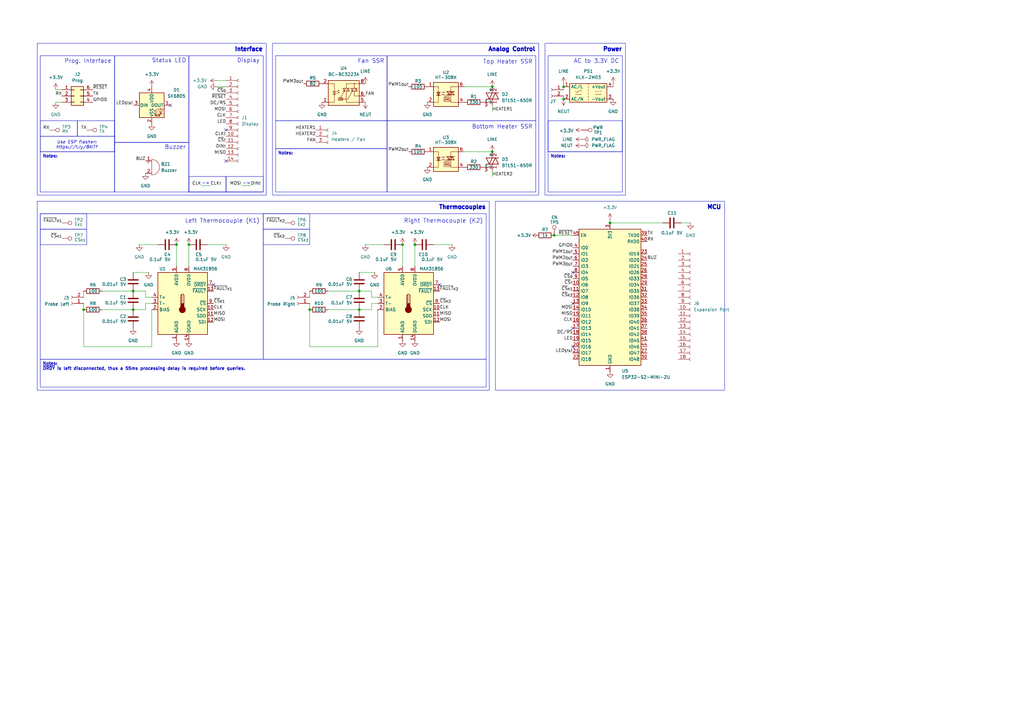
<source format=kicad_sch>
(kicad_sch (version 20231120) (generator "eeschema") (generator_version "8.0")
  (paper "A3")
  (title_block (title "Reflow Oven Motherboard") (date "2024-10-24") (rev "v0") (company "Karl Wünsche"))
  (junction (at 250.19 91.44))
  (junction (at 165.1 100.33))
  (junction (at 201.93 62.23))
  (junction (at 127 127))
  (junction (at 54.61 119.38))
  (junction (at 147.32 127))
  (junction (at 72.39 100.33))
  (junction (at 201.93 35.56))
  (junction (at 147.32 119.38))
  (junction (at 170.18 100.33))
  (junction (at 227.33 96.52))
  (junction (at 231.14 40.64))
  (junction (at 231.14 35.56))
  (junction (at 77.47 100.33))
  (junction (at 34.29 127))
  (junction (at 54.61 127))
  (no_connect (at 234.95 134.62))
  (no_connect (at 234.95 124.46))
  (no_connect (at 69.85 43.18))
  (no_connect (at 234.95 142.24))
  (no_connect (at 92.71 66.04))
  (no_connect (at 180.34 116.84))
  (no_connect (at 234.95 111.76))
  (no_connect (at 87.63 116.84))
  (no_connect (at 92.71 53.34))
  (wire (pts (xy 72.39 100.33) (xy 72.39 109.22)))
  (wire (pts (xy 152.4 121.92) (xy 152.4 119.38)))
  (wire (pts (xy 201.93 72.39) (xy 201.93 69.85)))
  (wire (pts (xy 88.9 33.02) (xy 92.71 33.02)))
  (wire (pts (xy 154.94 124.46) (xy 152.4 124.46)))
  (wire (pts (xy 231.14 34.29) (xy 231.14 35.56)))
  (wire (pts (xy 127 127) (xy 127 142.24)))
  (wire (pts (xy 22.86 41.91) (xy 25.4 41.91)))
  (wire (pts (xy 92.71 100.33) (xy 85.09 100.33)))
  (wire (pts (xy 62.23 127) (xy 62.23 142.24)))
  (wire (pts (xy 134.62 119.38) (xy 147.32 119.38)))
  (wire (pts (xy 147.32 119.38) (xy 152.4 119.38)))
  (wire (pts (xy 77.47 100.33) (xy 77.47 109.22)))
  (wire (pts (xy 127 119.38) (xy 127 121.92)))
  (wire (pts (xy 147.32 127) (xy 152.4 127)))
  (wire (pts (xy 54.61 127) (xy 59.69 127)))
  (wire (pts (xy 127 124.46) (xy 127 127)))
  (wire (pts (xy 54.61 119.38) (xy 59.69 119.38)))
  (wire (pts (xy 153.67 111.76) (xy 147.32 111.76)))
  (wire (pts (xy 22.86 36.83) (xy 25.4 36.83)))
  (wire (pts (xy 231.14 35.56) (xy 231.14 36.83)))
  (wire (pts (xy 185.42 100.33) (xy 177.8 100.33)))
  (wire (pts (xy 41.91 119.38) (xy 54.61 119.38)))
  (wire (pts (xy 190.5 62.23) (xy 201.93 62.23)))
  (wire (pts (xy 154.94 142.24) (xy 127 142.24)))
  (wire (pts (xy 59.69 124.46) (xy 59.69 127)))
  (wire (pts (xy 271.78 91.44) (xy 250.19 91.44)))
  (wire (pts (xy 219.71 96.52) (xy 220.98 96.52)))
  (wire (pts (xy 34.29 124.46) (xy 34.29 127)))
  (wire (pts (xy 88.9 35.56) (xy 92.71 35.56)))
  (wire (pts (xy 62.23 142.24) (xy 34.29 142.24)))
  (wire (pts (xy 190.5 35.56) (xy 201.93 35.56)))
  (wire (pts (xy 34.29 127) (xy 34.29 142.24)))
  (wire (pts (xy 279.4 91.44) (xy 283.21 91.44)))
  (wire (pts (xy 201.93 45.72) (xy 201.93 43.18)))
  (wire (pts (xy 231.14 39.37) (xy 231.14 40.64)))
  (wire (pts (xy 170.18 100.33) (xy 170.18 109.22)))
  (wire (pts (xy 57.15 100.33) (xy 64.77 100.33)))
  (wire (pts (xy 86.36 76.2) (xy 82.55 76.2)))
  (wire (pts (xy 152.4 124.46) (xy 152.4 127)))
  (wire (pts (xy 250.19 90.17) (xy 250.19 91.44)))
  (wire (pts (xy 59.69 121.92) (xy 62.23 121.92)))
  (wire (pts (xy 152.4 121.92) (xy 154.94 121.92)))
  (wire (pts (xy 227.33 96.52) (xy 234.95 96.52)))
  (wire (pts (xy 251.46 34.29) (xy 251.46 35.56)))
  (wire (pts (xy 165.1 100.33) (xy 165.1 109.22)))
  (wire (pts (xy 34.29 121.92) (xy 34.29 119.38)))
  (wire (pts (xy 62.23 124.46) (xy 59.69 124.46)))
  (wire (pts (xy 60.96 111.76) (xy 54.61 111.76)))
  (wire (pts (xy 154.94 127) (xy 154.94 142.24)))
  (wire (pts (xy 134.62 127) (xy 147.32 127)))
  (wire (pts (xy 59.69 121.92) (xy 59.69 119.38)))
  (wire (pts (xy 149.86 100.33) (xy 157.48 100.33)))
  (wire (pts (xy 41.91 127) (xy 54.61 127)))
  (wire (pts (xy 102.87 76.2) (xy 99.06 76.2)))
  (rectangle (start 158.75 49.53) (end 219.71 78.74))
  (rectangle (start 16.51 87.63) (end 107.95 147.32))
  (rectangle (start 16.51 87.63) (end 35.56 93.98))
  (rectangle (start 158.75 22.86) (end 219.71 49.53))
  (rectangle (start 92.71 72.39) (end 107.95 78.74))
  (rectangle (start 224.79 49.53) (end 255.27 62.23))
  (rectangle (start 107.95 87.63) (end 199.39 147.32))
  (rectangle (start 113.03 49.53) (end 158.75 60.96))
  (rectangle (start 46.99 22.86) (end 77.47 58.42))
  (rectangle (start 16.51 22.86) (end 46.99 62.23))
  (rectangle (start 113.03 22.86) (end 158.75 49.53))
  (rectangle (start 31.75 49.53) (end 46.99 55.88))
  (rectangle (start 16.51 55.88) (end 46.99 62.23))
  (rectangle (start 107.95 87.63) (end 127 93.98))
  (rectangle (start 77.47 22.86) (end 107.95 78.74))
  (rectangle (start 224.79 22.86) (end 255.27 62.23))
  (rectangle (start 77.47 72.39) (end 92.71 78.74))
  (rectangle (start 16.51 49.53) (end 31.75 55.88))
  (rectangle (start 107.95 93.98) (end 127 100.33))
  (rectangle (start 16.51 93.98) (end 35.56 100.33))
  (rectangle (start 46.99 58.42) (end 77.47 78.74))
  (text_box "Thermocouples" (at 15.24 82.55 0) (size 185.42 77.47) (effects (font (size 1.7 1.7) (thickness 0.508) (bold yes)) (justify right top)))
  (text_box "Analog Control" (at 111.76 17.78 0) (size 109.22 62.23) (effects (font (size 1.7 1.7) (thickness 0.508) (bold yes)) (justify right top)))
  (text_box "Power" (at 223.52 17.78 0) (size 33.02 62.23) (effects (font (size 1.7 1.7) (thickness 0.508) (bold yes)) (justify right top)))
  (text_box "Notes:" (at 224.79 62.23 0) (size 30.48 16.51) (effects (font (size 1.27 1.27) (thickness 0.254) (bold yes)) (justify left top)))
  (text_box "Interface" (at 15.24 17.78 0) (size 93.98 62.23) (effects (font (size 1.7 1.7) (thickness 0.508) (bold yes)) (justify right top)))
  (text_box "Notes:" (at 113.03 60.96 0) (size 45.72 17.78) (effects (font (size 1.27 1.27) (thickness 0.254) (bold yes)) (justify left top)))
  (text_box "Notes:" (at 16.51 62.23 0) (size 30.48 16.51) (effects (font (size 1.27 1.27) (thickness 0.254) (bold yes)) (justify left top)))
  (text_box "MCU" (at 203.2 82.55 0) (size 93.98 77.47) (effects (font (size 1.7 1.7) (thickness 0.508) (bold yes)) (justify right top)))
  (text_box "Notes:\n~{DRDY} is left disconnected, thus a 55ms processing delay is required before queries." (at 16.51 147.32 0) (size 182.88 11.43) (effects (font (size 1.27 1.27) (thickness 0.254) (bold yes)) (justify left top)))
  (text "Prog. Interface" (at 36.068 25.146 0) (effects (font (size 1.7 1.7))))
  (text "Bottom Heater SSR" (at 205.994 52.07 0) (effects (font (size 1.7 1.7))))
  (text "->" (at 84.328 75.184 0) (effects (font (size 1.27 1.27))))
  (text "Top Heater SSR" (at 208.28 25.4 0) (effects (font (size 1.7 1.7))))
  (text "Display" (at 101.854 24.892 0) (effects (font (size 1.7 1.7))))
  (text "->" (at 101.092 75.184 0) (effects (font (size 1.27 1.27))))
  (text "Buzzer" (at 71.882 60.452 0) (effects (font (size 1.7 1.7))))
  (text "Use ESP flasher:\nhttps://t.ly/8AiTf" (at 31.496 59.436 0) (effects (font (size 1.27 1.27) (italic yes))))
  (text "Left Thermocouple (K1)" (at 91.186 90.678 0) (effects (font (size 1.7 1.7))))
  (text "AC to 3.3V DC" (at 244.602 25.146 0) (effects (font (size 1.7 1.7))))
  (text "Right Thermocouple (K2)" (at 181.864 90.678 0) (effects (font (size 1.7 1.7))))
  (text "Fan SSR" (at 152.146 25.146 0) (effects (font (size 1.7 1.7))))
  (text "Status LED\n" (at 69.342 24.892 0) (effects (font (size 1.7 1.7))))
  (label "~{CS}_{D}" (at 92.71 38.1 180))
  (label "PWM1_{OUT}" (at 234.95 104.14 180))
  (label "HEATER1" (at 129.54 53.34 180))
  (label "DIN_{T}" (at 102.87 76.2 0))
  (label "RX" (at 25.4 39.37 180))
  (label "TX" (at 35.56 53.34 180))
  (label "DIN_{T}" (at 92.71 60.96 180))
  (label "~{FAULT}_{K2}" (at 180.34 119.38 0))
  (label "MOSI" (at 180.34 132.08 0))
  (label "~{CS}_{K2}" (at 180.34 124.46 0))
  (label "CLK" (at 234.95 132.08 180))
  (label "PWM3_{OUT}" (at 234.95 109.22 180))
  (label "PWM3_{OUT}" (at 124.46 34.29 180))
  (label "RX" (at 265.43 99.06 0))
  (label "CLK" (at 87.63 127 0))
  (label "~{CS}_{K1}" (at 234.95 119.38 180))
  (label "~{RESET}" (at 38.1 36.83 0))
  (label "HEATER1" (at 201.93 45.72 0))
  (label "DC{slash}RS" (at 92.71 43.18 180))
  (label "~{CS}_{K1}" (at 25.4 97.79 180))
  (label "CLK" (at 82.55 76.2 180))
  (label "RX" (at 20.32 53.34 180))
  (label "CLK" (at 180.34 127 0))
  (label "FAN" (at 149.86 39.37 0))
  (label "~{FAULT}_{K1}" (at 25.4 91.44 180))
  (label "CLK_{T}" (at 92.71 55.88 180))
  (label "CLK_{T}" (at 86.36 76.2 0))
  (label "~{CS}_{T}" (at 92.71 58.42 180))
  (label "BUZ" (at 59.69 66.04 180))
  (label "BUZ" (at 265.43 106.68 0))
  (label "~{FAULT}_{K2}" (at 116.84 91.44 180))
  (label "MOSI" (at 92.71 45.72 180))
  (label "HEATER2" (at 201.93 72.39 0))
  (label "~{RESET}" (at 234.95 96.52 180))
  (label "PWM2_{OUT}" (at 167.64 62.23 180))
  (label "CLK" (at 92.71 48.26 180))
  (label "HEATER2" (at 129.54 55.88 180))
  (label "~{CS}_{T}" (at 234.95 116.84 180))
  (label "PWM2_{OUT}" (at 234.95 106.68 180))
  (label "TX" (at 265.43 96.52 0))
  (label "FAN" (at 129.54 58.42 180))
  (label "LED" (at 92.71 50.8 180))
  (label "~{CS}_{K1}" (at 87.63 124.46 0))
  (label "MOSI" (at 234.95 127 180))
  (label "~{FAULT}_{K1}" (at 87.63 119.38 0))
  (label "~{CS}_{K2}" (at 234.95 121.92 180))
  (label "GPIO0" (at 234.95 101.6 180))
  (label "~{CS}_{D}" (at 234.95 114.3 180))
  (label "MISO" (at 234.95 129.54 180))
  (label "MOSI" (at 99.06 76.2 180))
  (label "TX" (at 38.1 39.37 0))
  (label "DC{slash}RS" (at 234.95 137.16 180))
  (label "MISO" (at 87.63 129.54 0))
  (label "LED_{STAT}" (at 234.95 144.78 180))
  (label "MISO" (at 180.34 129.54 0))
  (label "~{CS}_{K2}" (at 116.84 97.79 180))
  (label "GPIO0" (at 38.1 41.91 0))
  (label "~{RESET}" (at 92.71 40.64 180))
  (label "PWM1_{OUT}" (at 167.64 35.56 180))
  (label "MISO" (at 92.71 63.5 180))
  (label "MOSI" (at 87.63 132.08 0))
  (label "LED" (at 234.95 139.7 180))
  (label "LED_{STAT}" (at 54.61 43.18 180))
  (symbol (lib_id "power:+3.3V") (at 238.76 53.34 90) (unit 1)
    (property "Reference" "#PWR04" (effects (hide yes)))
    (property "Value" "+3.3V" (at 229.362 53.594 90) (effects (justify right)))
    (property "Description" "Power symbol creates a global label with name \"+3.3V\"" (effects (hide yes)))
  )
  (symbol (lib_id "Device:R") (at 171.45 35.56 90) (unit 1)
    (property "Reference" "R3" (at 171.45 33.274 90))
    (property "Value" "105" (at 171.45 35.56 90))
    (property "Footprint" "Resistor_SMD:R_0603_1608Metric_Pad0.98x0.95mm_HandSolder" (effects (hide yes)))
    (property "Datasheet" "https://www.lcsc.com/datasheet/lcsc_datasheet_2206021130_VO-SCR0603F105R_C3016240.pdf" (effects (hide yes)))
    (property "Description" "Resistor" (effects (hide yes)))
    (property "LCSC-Part" "C3016240" (effects (hide yes)))
  )
  (symbol (lib_id "power:GND") (at 88.9 35.56 270) (unit 1)
    (property "Reference" "#PWR010" (effects (hide yes)))
    (property "Value" "GND" (at 85.09 35.5599 90) (effects (justify right)))
    (property "Description" "Power symbol creates a global label with name \"GND\" , ground" (effects (hide yes)))
  )
  (symbol (lib_id "power:NEUT") (at 149.86 41.91 180) (unit 1)
    (property "Reference" "#PWR021" (effects (hide yes)))
    (property "Value" "NEUT" (at 149.86 46.99 0))
    (property "Description" "Power symbol creates a global label with name \"NEUT\"" (effects (hide yes)))
  )
  (symbol (lib_id "power:PWR_FLAG") (at 238.76 57.15 270) (unit 1)
    (property "Reference" "#FLG01" (effects (hide yes)))
    (property "Value" "PWR_FLAG" (at 242.57 57.1499 90) (effects (justify left)))
    (property "Description" "Special symbol for telling ERC where power comes from" (effects (hide yes)))
  )
  (symbol (lib_id "Connector:Conn_01x03_Socket") (at 134.62 55.88 0) (unit 1)
    (property "Reference" "J4" (at 135.89 54.6099 0) (effects (justify left)))
    (property "Value" "Heaters / Fan" (at 135.89 57.1499 0) (effects (justify left)))
    (property "Footprint" "Dorabo_Screw_Terminal:DORABO DBT50G-6.35-3P-BK-P OGC" (effects (hide yes)))
    (property "Datasheet" "https://www.lcsc.com/datasheet/lcsc_datasheet_2303211630_DORABO-DBT50G-6-35-3P-BK-P-OGC_C5179472.pdf" (effects (hide yes)))
    (property "Description" "Generic connector, single row, 01x03, script generated" (effects (hide yes)))
    (property "LCSC-Part" "C5179472" (effects (hide yes)))
  )
  (symbol (lib_id "Connector:TestPoint") (at 238.76 53.34 270) (unit 1)
    (property "Reference" "TP1" (at 247.142 54.356 90) (effects (justify right)))
    (property "Value" "PWR" (at 247.3961 52.324 90) (effects (justify right)))
    (property "Footprint" "TestPoint:TestPoint_Pad_D1.5mm" (effects (hide yes)))
    (property "Description" "test point" (effects (hide yes)))
  )
  (symbol (lib_id "Connector:TestPoint") (at 227.33 96.52 0) (mirror y) (unit 1)
    (property "Reference" "TP5" (at 225.552 91.186 0) (effects (justify right)))
    (property "Value" "EN" (at 226.06 89.154 0) (effects (justify right)))
    (property "Footprint" "TestPoint:TestPoint_Pad_D1.5mm" (effects (hide yes)))
    (property "Description" "test point" (effects (hide yes)))
  )
  (symbol (lib_id "Device:R") (at 128.27 34.29 90) (unit 1)
    (property "Reference" "R5" (at 128.27 32.004 90))
    (property "Value" "82" (at 128.27 34.29 90))
    (property "Footprint" "Resistor_SMD:R_0603_1608Metric_Pad0.98x0.95mm_HandSolder" (effects (hide yes)))
    (property "Datasheet" "https://www.lcsc.com/datasheet/lcsc_datasheet_2205131800_VO-SCR0603J82R_C3017760.pdf" (effects (hide yes)))
    (property "Description" "Resistor" (effects (hide yes)))
    (property "LCSC-Part" "C3017760" (effects (hide yes)))
  )
  (symbol (lib_id "power:GND") (at 72.39 139.7 0) (unit 1)
    (property "Reference" "#PWR02" (effects (hide yes)))
    (property "Value" "GND" (at 72.39 144.78 0))
    (property "Description" "Power symbol creates a global label with name \"GND\" , ground" (effects (hide yes)))
  )
  (symbol (lib_id "Device:C") (at 81.28 100.33 90) (unit 1)
    (property "Reference" "C5" (at 82.804 104.394 90) (effects (justify left)))
    (property "Value" "0.1uF 5V" (at 88.9 106.426 90) (effects (justify left)))
    (property "Footprint" "Capacitor_SMD:C_0603_1608Metric_Pad1.08x0.95mm_HandSolder" (effects (hide yes)))
    (property "Datasheet" "https://www.lcsc.com/datasheet/lcsc_datasheet_2208181800_FOJAN-FCC0603B104K500CT_C5137636.pdf" (effects (hide yes)))
    (property "Description" "Unpolarized capacitor" (effects (hide yes)))
    (property "LCSC-Part" "C5137636" (effects (hide yes)))
  )
  (symbol (lib_id "Device:C") (at 161.29 100.33 270) (mirror x) (unit 1)
    (property "Reference" "C9" (at 160.02 104.394 90) (effects (justify left)))
    (property "Value" "0.1uF 5V" (at 153.924 106.426 90) (effects (justify left)))
    (property "Footprint" "Capacitor_SMD:C_0603_1608Metric_Pad1.08x0.95mm_HandSolder" (effects (hide yes)))
    (property "Datasheet" "https://www.lcsc.com/datasheet/lcsc_datasheet_2208181800_FOJAN-FCC0603B104K500CT_C5137636.pdf" (effects (hide yes)))
    (property "Description" "Unpolarized capacitor" (effects (hide yes)))
    (property "LCSC-Part" "C5137636" (effects (hide yes)))
  )
  (symbol (lib_id "Connector:TestPoint") (at 35.56 53.34 270) (unit 1)
    (property "Reference" "TP4" (at 40.64 52.0699 90) (effects (justify left)))
    (property "Value" "TX" (at 40.64 53.848 90) (effects (justify left)))
    (property "Footprint" "TestPoint:TestPoint_Pad_D1.5mm" (effects (hide yes)))
    (property "Description" "test point" (effects (hide yes)))
  )
  (symbol (lib_id "LED:SK6805") (at 62.23 43.18 0) (unit 1)
    (property "Reference" "D1" (at 72.39 36.8614 0))
    (property "Value" "SK6805" (at 72.39 39.4014 0))
    (property "Footprint" "LED_SMD:LED_SK6805_PLCC4_2.4x2.7mm_P1.3mm" (effects (hide yes)))
    (property "Datasheet" "https://cdn-shop.adafruit.com/product-files/3484/3484_Datasheet.pdf" (effects (hide yes)))
    (property "Description" "RGB LED with integrated controller" (effects (hide yes)))
    (property "LCSC-Part" "C2909056" (effects (hide yes)))
  )
  (symbol (lib_id "power:+3.3V") (at 62.23 35.56 0) (unit 1)
    (property "Reference" "#PWR015" (effects (hide yes)))
    (property "Value" "+3.3V" (at 62.23 30.48 0))
    (property "Description" "Power symbol creates a global label with name \"+3.3V\"" (effects (hide yes)))
  )
  (symbol (lib_id "Device:R") (at 38.1 127 90) (unit 1)
    (property "Reference" "R8" (at 38.1 124.46 90))
    (property "Value" "100" (at 38.1 127 90))
    (property "Footprint" "Resistor_SMD:R_0603_1608Metric_Pad0.98x0.95mm_HandSolder" (effects (hide yes)))
    (property "Datasheet" "https://www.lcsc.com/datasheet/lcsc_datasheet_2205131800_VO-SCR0603J100R_C3017758.pdf" (effects (hide yes)))
    (property "Description" "Resistor" (effects (hide yes)))
    (property "LCSC-Part" "C3017758" (effects (hide yes)))
  )
  (symbol (lib_id "Device:C") (at 147.32 115.57 180) (unit 1)
    (property "Reference" "C6" (at 144.526 114.554 0) (effects (justify left)))
    (property "Value" "0.01uF 5V" (at 144.526 116.586 0) (effects (justify left)))
    (property "Footprint" "Capacitor_SMD:C_0603_1608Metric_Pad1.08x0.95mm_HandSolder" (effects (hide yes)))
    (property "Datasheet" "https://www.lcsc.com/datasheet/lcsc_datasheet_2304140030_CCTC-TCC0603X7R103M500CT_C376807.pdf" (effects (hide yes)))
    (property "Description" "Unpolarized capacitor" (effects (hide yes)))
    (property "LCSC-Part" "C376807" (effects (hide yes)))
  )
  (symbol (lib_id "Device:C") (at 275.59 91.44 90) (mirror x) (unit 1)
    (property "Reference" "C11" (at 277.622 87.376 90) (effects (justify left)))
    (property "Value" "0.1uF 5V" (at 279.908 95.504 90) (effects (justify left)))
    (property "Footprint" "Capacitor_SMD:C_0603_1608Metric_Pad1.08x0.95mm_HandSolder" (effects (hide yes)))
    (property "Datasheet" "https://www.lcsc.com/datasheet/lcsc_datasheet_2208181800_FOJAN-FCC0603B104K500CT_C5137636.pdf" (effects (hide yes)))
    (property "Description" "Unpolarized capacitor" (effects (hide yes)))
    (property "LCSC-Part" "C5137636" (effects (hide yes)))
  )
  (symbol (lib_id "power:GND") (at 283.21 91.44 0) (unit 1)
    (property "Reference" "#PWR041" (effects (hide yes)))
    (property "Value" "GND" (at 283.21 96.52 0))
    (property "Description" "Power symbol creates a global label with name \"GND\" , ground" (effects (hide yes)))
  )
  (symbol (lib_id "power:GND") (at 60.96 111.76 0) (unit 1)
    (property "Reference" "#PWR026" (effects (hide yes)))
    (property "Value" "GND" (at 60.96 116.84 0))
    (property "Description" "Power symbol creates a global label with name \"GND\" , ground" (effects (hide yes)))
  )
  (symbol (lib_id "power:+3.3V") (at 165.1 100.33 0) (unit 1)
    (property "Reference" "#PWR034" (effects (hide yes)))
    (property "Value" "+3.3V" (at 163.322 95.25 0))
    (property "Description" "Power symbol creates a global label with name \"+3.3V\"" (effects (hide yes)))
  )
  (symbol (lib_id "power:NEUT") (at 238.76 59.69 90) (unit 1)
    (property "Reference" "#PWR040" (effects (hide yes)))
    (property "Value" "NEUT" (at 234.95 59.6899 90) (effects (justify left)))
    (property "Description" "Power symbol creates a global label with name \"NEUT\"" (effects (hide yes)))
  )
  (symbol (lib_id "Connector:TestPoint") (at 25.4 97.79 270) (unit 1)
    (property "Reference" "TP7" (at 30.48 96.5199 90) (effects (justify left)))
    (property "Value" "CS_{K1}" (at 30.48 98.298 90) (effects (justify left)))
    (property "Footprint" "TestPoint:TestPoint_Pad_D1.5mm" (effects (hide yes)))
    (property "Description" "test point" (effects (hide yes)))
  )
  (symbol (lib_id "Device:R") (at 171.45 62.23 90) (unit 1)
    (property "Reference" "R4" (at 171.45 59.944 90))
    (property "Value" "105" (at 171.45 62.23 90))
    (property "Footprint" "Resistor_SMD:R_0603_1608Metric_Pad0.98x0.95mm_HandSolder" (effects (hide yes)))
    (property "Datasheet" "https://www.lcsc.com/datasheet/lcsc_datasheet_2206021130_VO-SCR0603F105R_C3016240.pdf" (effects (hide yes)))
    (property "Description" "Resistor" (effects (hide yes)))
    (property "LCSC-Part" "C3016240" (effects (hide yes)))
  )
  (symbol (lib_id "power:LINE") (at 231.14 34.29 0) (unit 1)
    (property "Reference" "#PWR08" (effects (hide yes)))
    (property "Value" "LINE" (at 231.14 29.21 0))
    (property "Description" "Power symbol creates a global label with name \"LINE\"" (effects (hide yes)))
  )
  (symbol (lib_id "power:GND") (at 153.67 111.76 0) (unit 1)
    (property "Reference" "#PWR031" (effects (hide yes)))
    (property "Value" "GND" (at 153.67 116.84 0))
    (property "Description" "Power symbol creates a global label with name \"GND\" , ground" (effects (hide yes)))
  )
  (symbol (lib_id "Sensor_Temperature:MAX31856") (at 167.64 124.46 0) (unit 1)
    (property "Reference" "U6" (at 157.988 110.236 0) (effects (justify left)))
    (property "Value" "MAX31856" (at 171.958 110.236 0) (effects (justify left)))
    (property "Footprint" "Package_SO:TSSOP-14_4.4x5mm_P0.65mm" (effects (hide yes)))
    (property "Datasheet" "https://datasheets.maximintegrated.com/en/ds/MAX31856.pdf" (effects (hide yes)))
    (property "Description" "Precision Thermocouple to Digital Converter with Linearization, TSSOP-14" (effects (hide yes)))
    (property "LCSC-Part" "C2653162" (effects (hide yes)))
  )
  (symbol (lib_id "Relay_SolidState1:HT-3041") (at 182.88 64.77 0) (unit 1)
    (property "Reference" "U3" (at 182.88 56.388 0))
    (property "Value" "HT-308X" (at 182.88 58.42 0))
    (property "Footprint" "Package_DIP:DIP-6_W7.62mm" (effects (hide yes)))
    (property "Datasheet" "https://www.lcsc.com/datasheet/lcsc_datasheet_2408301021_HENGTUO-ELECTRONICS-HT-3041_C34376216.pdf" (effects (hide yes)))
    (property "Description" "100mA 50mA 400V 1.2V DC DIP-6-S1 Triac, SCR Output Optoisolators ROHS" (effects (hide yes)))
    (property "LCSC-Part" "C34376216" (effects (hide yes)))
  )
  (symbol (lib_id "Device:Buzzer") (at 62.23 68.58 0) (unit 1)
    (property "Reference" "BZ1" (at 66.04 67.3099 0) (effects (justify left)))
    (property "Value" "Buzzer" (at 66.04 69.8499 0) (effects (justify left)))
    (property "Footprint" "Buzzer_Beeper:MagneticBuzzer_PUI_AT-0927-TT-6-R" (effects (hide yes)))
    (property "Datasheet" "https://www.lcsc.com/datasheet/lcsc_datasheet_2104011834_Jiangsu-Huaneng-Elec-QMB-09B-03_C96256.pdf" (effects (hide yes)))
    (property "Description" "Buzzer, polarized" (effects (hide yes)))
    (property "LCSC-Part" "C96256" (effects (hide yes)))
  )
  (symbol (lib_id "Device:R") (at 130.81 127 90) (unit 1)
    (property "Reference" "R10" (at 130.81 124.46 90))
    (property "Value" "100" (at 130.81 127 90))
    (property "Footprint" "Resistor_SMD:R_0603_1608Metric_Pad0.98x0.95mm_HandSolder" (effects (hide yes)))
    (property "Datasheet" "https://www.lcsc.com/datasheet/lcsc_datasheet_2205131800_VO-SCR0603J100R_C3017758.pdf" (effects (hide yes)))
    (property "Description" "Resistor" (effects (hide yes)))
    (property "LCSC-Part" "C3017758" (effects (hide yes)))
  )
  (symbol (lib_id "power:GND") (at 59.69 71.12 0) (unit 1)
    (property "Reference" "#PWR013" (effects (hide yes)))
    (property "Value" "GND" (at 59.69 76.2 0))
    (property "Description" "Power symbol creates a global label with name \"GND\" , ground" (effects (hide yes)))
  )
  (symbol (lib_id "Connector:TestPoint") (at 25.4 91.44 270) (unit 1)
    (property "Reference" "TP2" (at 30.48 90.1699 90) (effects (justify left)))
    (property "Value" "E_{K1}" (at 30.48 91.948 90) (effects (justify left)))
    (property "Footprint" "TestPoint:TestPoint_Pad_D1.5mm" (effects (hide yes)))
    (property "Description" "test point" (effects (hide yes)))
  )
  (symbol (lib_id "power:GND") (at 54.61 134.62 0) (unit 1)
    (property "Reference" "#PWR03" (effects (hide yes)))
    (property "Value" "GND" (at 54.61 139.7 0))
    (property "Description" "Power symbol creates a global label with name \"GND\" , ground" (effects (hide yes)))
  )
  (symbol (lib_id "power:LINE") (at 238.76 57.15 90) (unit 1)
    (property "Reference" "#PWR039" (effects (hide yes)))
    (property "Value" "LINE" (at 234.95 57.1499 90) (effects (justify left)))
    (property "Description" "Power symbol creates a global label with name \"LINE\"" (effects (hide yes)))
  )
  (symbol (lib_id "Device:C") (at 147.32 123.19 0) (mirror y) (unit 1)
    (property "Reference" "C7" (at 144.526 121.92 0) (effects (justify left)))
    (property "Value" "0.1uF 5V" (at 144.526 124.206 0) (effects (justify left)))
    (property "Footprint" "Capacitor_SMD:C_0603_1608Metric_Pad1.08x0.95mm_HandSolder" (effects (hide yes)))
    (property "Datasheet" "https://www.lcsc.com/datasheet/lcsc_datasheet_2208181800_FOJAN-FCC0603B104K500CT_C5137636.pdf" (effects (hide yes)))
    (property "Description" "Unpolarized capacitor" (effects (hide yes)))
    (property "LCSC-Part" "C5137636" (effects (hide yes)))
  )
  (symbol (lib_id "Device:C") (at 54.61 123.19 0) (mirror y) (unit 1)
    (property "Reference" "C1" (at 51.816 121.92 0) (effects (justify left)))
    (property "Value" "0.1uF 5V" (at 51.816 124.206 0) (effects (justify left)))
    (property "Footprint" "Capacitor_SMD:C_0603_1608Metric_Pad1.08x0.95mm_HandSolder" (effects (hide yes)))
    (property "Datasheet" "https://www.lcsc.com/datasheet/lcsc_datasheet_2208181800_FOJAN-FCC0603B104K500CT_C5137636.pdf" (effects (hide yes)))
    (property "Description" "Unpolarized capacitor" (effects (hide yes)))
    (property "LCSC-Part" "C5137636" (effects (hide yes)))
  )
  (symbol (lib_id "Device:R") (at 38.1 119.38 90) (unit 1)
    (property "Reference" "R6" (at 38.1 116.84 90))
    (property "Value" "100" (at 38.1 119.38 90))
    (property "Footprint" "Resistor_SMD:R_0603_1608Metric_Pad0.98x0.95mm_HandSolder" (effects (hide yes)))
    (property "Datasheet" "https://www.lcsc.com/datasheet/lcsc_datasheet_2205131800_VO-SCR0603J100R_C3017758.pdf" (effects (hide yes)))
    (property "Description" "Resistor" (effects (hide yes)))
    (property "LCSC-Part" "C3017758" (effects (hide yes)))
  )
  (symbol (lib_id "power:+3.3V") (at 77.47 100.33 0) (unit 1)
    (property "Reference" "#PWR028" (effects (hide yes)))
    (property "Value" "+3.3V" (at 78.232 95.25 0))
    (property "Description" "Power symbol creates a global label with name \"+3.3V\"" (effects (hide yes)))
  )
  (symbol (lib_id "power:NEUT") (at 231.14 40.64 180) (unit 1)
    (property "Reference" "#PWR07" (effects (hide yes)))
    (property "Value" "NEUT" (at 231.14 45.72 0))
    (property "Description" "Power symbol creates a global label with name \"NEUT\"" (effects (hide yes)))
  )
  (symbol (lib_id "GiveBetterNameRelay_SolidState:BC-BC3223A") (at 142.24 36.83 0) (unit 1)
    (property "Reference" "U4" (at 140.97 27.94 0))
    (property "Value" "BC-BC3223A" (at 140.97 30.48 0))
    (property "Footprint" "Package_SO:SSO-7-8_6.4x9.78mm_P2.54mm" (effects (hide yes)))
    (property "Datasheet" "https://www.lcsc.com/datasheet/lcsc_datasheet_2306151728_BC-BC3223A_C596515.pdf" (effects (hide yes)))
    (property "Description" "110VAC~220VAC 1 Form A (SPST-NO) 1.2A SMD-7P Solid State Relays (Triac Output) ROHS" (effects (hide yes)))
    (property "LCSC-Part" "C596515" (effects (hide yes)))
  )
  (symbol (lib_id "power:GND") (at 149.86 100.33 0) (unit 1)
    (property "Reference" "#PWR032" (effects (hide yes)))
    (property "Value" "GND" (at 149.86 105.41 0))
    (property "Description" "Power symbol creates a global label with name \"GND\" , ground" (effects (hide yes)))
  )
  (symbol (lib_id "power:GND") (at 147.32 134.62 0) (unit 1)
    (property "Reference" "#PWR030" (effects (hide yes)))
    (property "Value" "GND" (at 147.32 139.7 0))
    (property "Description" "Power symbol creates a global label with name \"GND\" , ground" (effects (hide yes)))
  )
  (symbol (lib_id "Sensor_Temperature:MAX31856") (at 74.93 124.46 0) (unit 1)
    (property "Reference" "U1" (at 65.278 110.236 0) (effects (justify left)))
    (property "Value" "MAX31856" (at 79.248 110.236 0) (effects (justify left)))
    (property "Footprint" "Package_SO:TSSOP-14_4.4x5mm_P0.65mm" (effects (hide yes)))
    (property "Datasheet" "https://datasheets.maximintegrated.com/en/ds/MAX31856.pdf" (effects (hide yes)))
    (property "Description" "Precision Thermocouple to Digital Converter with Linearization, TSSOP-14" (effects (hide yes)))
    (property "LCSC-Part" "C2653162" (effects (hide yes)))
  )
  (symbol (lib_id "power:GND") (at 77.47 139.7 0) (unit 1)
    (property "Reference" "#PWR01" (effects (hide yes)))
    (property "Value" "GND" (at 77.47 144.78 0))
    (property "Description" "Power symbol creates a global label with name \"GND\" , ground" (effects (hide yes)))
  )
  (symbol (lib_id "power:GND") (at 165.1 139.7 0) (unit 1)
    (property "Reference" "#PWR035" (effects (hide yes)))
    (property "Value" "GND" (at 165.1 144.78 0))
    (property "Description" "Power symbol creates a global label with name \"GND\" , ground" (effects (hide yes)))
  )
  (symbol (lib_id "power:+3.3V") (at 220.98 96.52 90) (unit 1)
    (property "Reference" "#PWR023" (effects (hide yes)))
    (property "Value" "+3.3V" (at 214.884 96.52 90))
    (property "Description" "Power symbol creates a global label with name \"+3.3V\"" (effects (hide yes)))
  )
  (symbol (lib_id "power:LINE") (at 201.93 35.56 0) (unit 1)
    (property "Reference" "#PWR016" (effects (hide yes)))
    (property "Value" "LINE" (at 201.93 30.48 0))
    (property "Description" "Power symbol creates a global label with name \"LINE\"" (effects (hide yes)))
  )
  (symbol (lib_id "Device:R") (at 130.81 119.38 90) (unit 1)
    (property "Reference" "R9" (at 130.81 116.84 90))
    (property "Value" "100" (at 130.81 119.38 90))
    (property "Footprint" "Resistor_SMD:R_0603_1608Metric_Pad0.98x0.95mm_HandSolder" (effects (hide yes)))
    (property "Datasheet" "https://www.lcsc.com/datasheet/lcsc_datasheet_2205131800_VO-SCR0603J100R_C3017758.pdf" (effects (hide yes)))
    (property "Description" "Resistor" (effects (hide yes)))
    (property "LCSC-Part" "C3017758" (effects (hide yes)))
  )
  (symbol (lib_id "power:GND") (at 175.26 68.58 0) (unit 1)
    (property "Reference" "#PWR019" (effects (hide yes)))
    (property "Value" "GND" (at 175.26 73.66 0))
    (property "Description" "Power symbol creates a global label with name \"GND\" , ground" (effects (hide yes)))
  )
  (symbol (lib_id "power:+3.3V") (at 251.46 34.29 0) (unit 1)
    (property "Reference" "#PWR05" (effects (hide yes)))
    (property "Value" "+3.3V" (at 251.46 29.21 0))
    (property "Description" "Power symbol creates a global label with name \"+3.3V\"" (effects (hide yes)))
  )
  (symbol (lib_id "Connector_Generic:Conn_02x03_Counter_Clockwise") (at 30.48 39.37 0) (unit 1)
    (property "Reference" "J2" (at 31.75 30.48 0))
    (property "Value" "Prog" (at 31.75 33.02 0))
    (property "Footprint" "Connector_PinHeader_1.27mm:PinHeader_2x03_P1.27mm_Vertical" (effects (hide yes)))
    (property "Description" "Generic connector, double row, 02x03, counter clockwise pin numbering scheme (similar to DIP package numbering), script generated (kicad-library-utils/schlib/autogen/connector/)" (effects (hide yes)))
  )
  (symbol (lib_id "Device:R") (at 194.31 68.58 90) (unit 1)
    (property "Reference" "R2" (at 194.31 66.294 90))
    (property "Value" "330" (at 194.31 68.58 90))
    (property "Footprint" "Resistor_SMD:R_0603_1608Metric_Pad0.98x0.95mm_HandSolder" (effects (hide yes)))
    (property "Datasheet" "https://www.lcsc.com/datasheet/lcsc_datasheet_2308241947_FOJAN-FRC0603J331-TS_C2907152.pdf" (effects (hide yes)))
    (property "Description" "Resistor" (effects (hide yes)))
    (property "LCSC-Part" "C2907152" (effects (hide yes)))
  )
  (symbol (lib_id "power:GND") (at 170.18 139.7 0) (unit 1)
    (property "Reference" "#PWR037" (effects (hide yes)))
    (property "Value" "GND" (at 170.18 144.78 0))
    (property "Description" "Power symbol creates a global label with name \"GND\" , ground" (effects (hide yes)))
  )
  (symbol (lib_id "RF_Module:ESP32-S3-MINI-1U") (at 250.19 121.92 0) (unit 1)
    (property "Reference" "U5" (at 255.016 152.146 0) (effects (justify left)))
    (property "Value" "ESP32-S2-MINI-2U" (at 255.016 154.686 0) (effects (justify left)))
    (property "Footprint" "RF_Module:ESP32-S2-MINI-1U" (effects (hide yes)))
    (property "Datasheet" "https://www.espressif.com/sites/default/files/documentation/esp32-s3-mini-1_mini-1u_datasheet_en.pdf" (effects (hide yes)))
    (property "Description" "RF Module, ESP32-S3 SoC, Wi-Fi 802.11b/g/n, Bluetooth, BLE, 32-bit, 3.3V, SMD, external antenna" (effects (hide yes)))
    (property "LCSC-Part" "C3013909" (effects (hide yes)))
  )
  (symbol (lib_id "Relay_SolidState1:HT-3041") (at 182.88 38.1 0) (unit 1)
    (property "Reference" "U2" (at 182.88 29.718 0))
    (property "Value" "HT-308X" (at 182.88 31.75 0))
    (property "Footprint" "Package_DIP:DIP-6_W7.62mm" (effects (hide yes)))
    (property "Datasheet" "https://www.lcsc.com/datasheet/lcsc_datasheet_2408301021_HENGTUO-ELECTRONICS-HT-3041_C34376216.pdf" (effects (hide yes)))
    (property "Description" "100mA 50mA 400V 1.2V DC DIP-6-S1 Triac, SCR Output Optoisolators ROHS" (effects (hide yes)))
    (property "LCSC-Part" "C34376216" (effects (hide yes)))
  )
  (symbol (lib_id "Converter_ACDC:HLK-2M03") (at 241.3 38.1 0) (unit 1)
    (property "Reference" "PS1" (at 241.3 29.21 0))
    (property "Value" "HLK-2M03" (at 241.3 31.75 0))
    (property "Footprint" "Converter_ACDC:Converter_ACDC_Hi-Link_HLK-2Mxx" (effects (hide yes)))
    (property "Datasheet" "https://www.lcsc.com/datasheet/lcsc_datasheet_2409141554_HI-LINK-HLK-2M03_C399249.pdf" (effects (hide yes)))
    (property "Description" "Compact AC/DC board mount power module 2W 3.3V" (effects (hide yes)))
    (property "LCSC-Part" "C399249" (effects (hide yes)))
  )
  (symbol (lib_id "Device:R") (at 223.52 96.52 90) (unit 1)
    (property "Reference" "R7" (at 223.52 94.234 90))
    (property "Value" "1k" (at 223.52 96.52 90))
    (property "Footprint" "Resistor_SMD:R_0603_1608Metric_Pad0.98x0.95mm_HandSolder" (effects (hide yes)))
    (property "Datasheet" "https://www.lcsc.com/datasheet/lcsc_datasheet_2409141055_RESI-AECR0603F1K00K9_C328340.pdf" (effects (hide yes)))
    (property "Description" "Resistor" (effects (hide yes)))
    (property "LCSC-Part" "C328340" (effects (hide yes)))
  )
  (symbol (lib_id "power:+3.3V") (at 170.18 100.33 0) (unit 1)
    (property "Reference" "#PWR036" (effects (hide yes)))
    (property "Value" "+3.3V" (at 170.942 95.25 0))
    (property "Description" "Power symbol creates a global label with name \"+3.3V\"" (effects (hide yes)))
  )
  (symbol (lib_id "Connector:Conn_01x14_Socket") (at 97.79 48.26 0) (unit 1)
    (property "Reference" "J1" (at 99.06 48.2599 0) (effects (justify left)))
    (property "Value" "Display" (at 99.06 50.7999 0) (effects (justify left)))
    (property "Footprint" "Display:EA_eDIPTFT-HR4-9668S01" (effects (hide yes)))
    (property "Description" "Generic connector, single row, 01x14, script generated" (effects (hide yes)))
  )
  (symbol (lib_id "power:+3.3V") (at 22.86 36.83 0) (unit 1)
    (property "Reference" "#PWR011" (effects (hide yes)))
    (property "Value" "+3.3V" (at 22.86 31.75 0))
    (property "Description" "Power symbol creates a global label with name \"+3.3V\"" (effects (hide yes)))
  )
  (symbol (lib_id "power:GND") (at 22.86 41.91 0) (unit 1)
    (property "Reference" "#PWR012" (effects (hide yes)))
    (property "Value" "GND" (at 22.86 46.99 0))
    (property "Description" "Power symbol creates a global label with name \"GND\" , ground" (effects (hide yes)))
  )
  (symbol (lib_id "Device:C") (at 68.58 100.33 270) (mirror x) (unit 1)
    (property "Reference" "C4" (at 67.31 104.394 90) (effects (justify left)))
    (property "Value" "0.1uF 5V" (at 61.214 106.426 90) (effects (justify left)))
    (property "Footprint" "Capacitor_SMD:C_0603_1608Metric_Pad1.08x0.95mm_HandSolder" (effects (hide yes)))
    (property "Datasheet" "https://www.lcsc.com/datasheet/lcsc_datasheet_2208181800_FOJAN-FCC0603B104K500CT_C5137636.pdf" (effects (hide yes)))
    (property "Description" "Unpolarized capacitor" (effects (hide yes)))
    (property "LCSC-Part" "C5137636" (effects (hide yes)))
  )
  (symbol (lib_id "Device:R") (at 194.31 41.91 90) (unit 1)
    (property "Reference" "R1" (at 194.31 39.624 90))
    (property "Value" "330" (at 194.31 41.91 90))
    (property "Footprint" "Resistor_SMD:R_0603_1608Metric_Pad0.98x0.95mm_HandSolder" (effects (hide yes)))
    (property "Datasheet" "https://www.lcsc.com/datasheet/lcsc_datasheet_2308241947_FOJAN-FRC0603J331-TS_C2907152.pdf" (effects (hide yes)))
    (property "Description" "Resistor" (effects (hide yes)))
    (property "LCSC-Part" "C2907152" (effects (hide yes)))
  )
  (symbol (lib_id "power:+3.3V") (at 250.19 90.17 0) (unit 1)
    (property "Reference" "#PWR024" (effects (hide yes)))
    (property "Value" "+3.3V" (at 250.19 85.09 0))
    (property "Description" "Power symbol creates a global label with name \"+3.3V\"" (effects (hide yes)))
  )
  (symbol (lib_id "bt138-800e:BT138-800E") (at 201.93 39.37 0) (unit 1)
    (property "Reference" "D2" (at 205.74 38.6714 0) (effects (justify left)))
    (property "Value" "BT151-650R" (at 205.74 41.2114 0) (effects (justify left)))
    (property "Footprint" "Package_TO_SOT_THT:TO-220-3_Vertical" (effects (hide yes)))
    (property "Datasheet" "https://www.lcsc.com/datasheet/lcsc_datasheet_2105241607_KY-BT151-650R_C2831674.pdf" (effects (hide yes)))
    (property "Description" "30mA 650V 1 unidirectional thyristor TO-220 Thyristors (SCR)/Modules ROHS" (effects (hide yes)))
    (property "LCSC-Part" "C2831674" (effects (hide yes)))
  )
  (symbol (lib_id "Connector:Conn_01x18_Socket") (at 283.21 124.46 0) (unit 1)
    (property "Reference" "J6" (at 284.48 124.4599 0) (effects (justify left)))
    (property "Value" "Expansion Port" (at 284.48 126.9999 0) (effects (justify left)))
    (property "Footprint" "Connector_PinHeader_1.27mm:PinHeader_1x18_P1.27mm_Vertical" (effects (hide yes)))
    (property "Description" "Generic connector, single row, 01x18, script generated" (effects (hide yes)))
  )
  (symbol (lib_id "power:+3.3V") (at 88.9 33.02 90) (unit 1)
    (property "Reference" "#PWR09" (effects (hide yes)))
    (property "Value" "+3.3V" (at 84.8703 33.0199 90) (effects (justify left)))
    (property "Description" "Power symbol creates a global label with name \"+3.3V\"" (effects (hide yes)))
  )
  (symbol (lib_id "Connector:Conn_01x02_Socket") (at 121.92 124.46 180) (unit 1)
    (property "Reference" "J5" (at 119.888 122.174 0))
    (property "Value" "Probe Right" (at 115.316 124.714 0))
    (property "Footprint" "Dorabo_Screw_Terminal:DORABO DBT50G-6.35-2P-BK-P OGC" (effects (hide yes)))
    (property "Datasheet" "https://www.lcsc.com/datasheet/lcsc_datasheet_2209261730_DORABO-DBT50G-6-35-2P-BK-P-OGC_C5179471.pdf" (effects (hide yes)))
    (property "Description" "Generic connector, single row, 01x02, script generated" (effects (hide yes)))
    (property "LCSC-Part" "C5179471" (effects (hide yes)))
  )
  (symbol (lib_id "power:GND") (at 57.15 100.33 0) (unit 1)
    (property "Reference" "#PWR029" (effects (hide yes)))
    (property "Value" "GND" (at 57.15 105.41 0))
    (property "Description" "Power symbol creates a global label with name \"GND\" , ground" (effects (hide yes)))
  )
  (symbol (lib_id "power:GND") (at 185.42 100.33 0) (unit 1)
    (property "Reference" "#PWR033" (effects (hide yes)))
    (property "Value" "GND" (at 185.42 105.41 0))
    (property "Description" "Power symbol creates a global label with name \"GND\" , ground" (effects (hide yes)))
  )
  (symbol (lib_id "Connector:TestPoint") (at 20.32 53.34 270) (unit 1)
    (property "Reference" "TP3" (at 25.4 52.0699 90) (effects (justify left)))
    (property "Value" "RX" (at 25.4 53.848 90) (effects (justify left)))
    (property "Footprint" "TestPoint:TestPoint_Pad_D1.5mm" (effects (hide yes)))
    (property "Description" "test point" (effects (hide yes)))
  )
  (symbol (lib_id "power:GND") (at 175.26 41.91 0) (unit 1)
    (property "Reference" "#PWR018" (effects (hide yes)))
    (property "Value" "GND" (at 175.26 46.99 0))
    (property "Description" "Power symbol creates a global label with name \"GND\" , ground" (effects (hide yes)))
  )
  (symbol (lib_id "Connector:Conn_01x02_Socket") (at 29.21 124.46 180) (unit 1)
    (property "Reference" "J3" (at 27.178 122.174 0))
    (property "Value" "Probe Left" (at 23.368 124.714 0))
    (property "Footprint" "Dorabo_Screw_Terminal:DORABO DBT50G-6.35-2P-BK-P OGC" (effects (hide yes)))
    (property "Datasheet" "https://www.lcsc.com/datasheet/lcsc_datasheet_2209261730_DORABO-DBT50G-6-35-2P-BK-P-OGC_C5179471.pdf" (effects (hide yes)))
    (property "Description" "Generic connector, single row, 01x02, script generated" (effects (hide yes)))
    (property "LCSC-Part" "C5179471" (effects (hide yes)))
  )
  (symbol (lib_id "Device:C") (at 173.99 100.33 90) (unit 1)
    (property "Reference" "C10" (at 175.514 104.394 90) (effects (justify left)))
    (property "Value" "0.1uF 5V" (at 181.61 106.426 90) (effects (justify left)))
    (property "Footprint" "Capacitor_SMD:C_0603_1608Metric_Pad1.08x0.95mm_HandSolder" (effects (hide yes)))
    (property "Datasheet" "https://www.lcsc.com/datasheet/lcsc_datasheet_2208181800_FOJAN-FCC0603B104K500CT_C5137636.pdf" (effects (hide yes)))
    (property "Description" "Unpolarized capacitor" (effects (hide yes)))
    (property "LCSC-Part" "C5137636" (effects (hide yes)))
  )
  (symbol (lib_id "power:PWR_FLAG") (at 238.76 59.69 270) (unit 1)
    (property "Reference" "#FLG02" (effects (hide yes)))
    (property "Value" "PWR_FLAG" (at 242.57 59.6899 90) (effects (justify left)))
    (property "Description" "Special symbol for telling ERC where power comes from" (effects (hide yes)))
  )
  (symbol (lib_id "Device:C") (at 147.32 130.81 0) (mirror y) (unit 1)
    (property "Reference" "C8" (at 144.526 129.794 0) (effects (justify left)))
    (property "Value" "0.01uF 5V" (at 144.526 131.826 0) (effects (justify left)))
    (property "Footprint" "Capacitor_SMD:C_0603_1608Metric_Pad1.08x0.95mm_HandSolder" (effects (hide yes)))
    (property "Datasheet" "https://www.lcsc.com/datasheet/lcsc_datasheet_2304140030_CCTC-TCC0603X7R103M500CT_C376807.pdf" (effects (hide yes)))
    (property "Description" "Unpolarized capacitor" (effects (hide yes)))
    (property "LCSC-Part" "C376807" (effects (hide yes)))
  )
  (symbol (lib_id "power:LINE") (at 149.86 34.29 0) (unit 1)
    (property "Reference" "#PWR020" (effects (hide yes)))
    (property "Value" "LINE" (at 149.86 29.21 0))
    (property "Description" "Power symbol creates a global label with name \"LINE\"" (effects (hide yes)))
  )
  (symbol (lib_id "Connector:TestPoint") (at 116.84 91.44 270) (unit 1)
    (property "Reference" "TP6" (at 121.92 90.1699 90) (effects (justify left)))
    (property "Value" "E_{K2}" (at 121.92 91.948 90) (effects (justify left)))
    (property "Footprint" "TestPoint:TestPoint_Pad_D1.5mm" (effects (hide yes)))
    (property "Description" "test point" (effects (hide yes)))
  )
  (symbol (lib_id "power:GND") (at 132.08 41.91 0) (unit 1)
    (property "Reference" "#PWR022" (effects (hide yes)))
    (property "Value" "GND" (at 132.08 46.99 0))
    (property "Description" "Power symbol creates a global label with name \"GND\" , ground" (effects (hide yes)))
  )
  (symbol (lib_id "Device:C") (at 54.61 115.57 180) (unit 1)
    (property "Reference" "C3" (at 51.816 114.554 0) (effects (justify left)))
    (property "Value" "0.01uF 5V" (at 51.816 116.586 0) (effects (justify left)))
    (property "Footprint" "Capacitor_SMD:C_0603_1608Metric_Pad1.08x0.95mm_HandSolder" (effects (hide yes)))
    (property "Datasheet" "https://www.lcsc.com/datasheet/lcsc_datasheet_2304140030_CCTC-TCC0603X7R103M500CT_C376807.pdf" (effects (hide yes)))
    (property "Description" "Unpolarized capacitor" (effects (hide yes)))
    (property "LCSC-Part" "C376807" (effects (hide yes)))
  )
  (symbol (lib_id "Device:C") (at 54.61 130.81 0) (mirror y) (unit 1)
    (property "Reference" "C2" (at 51.816 129.794 0) (effects (justify left)))
    (property "Value" "0.01uF 5V" (at 51.816 131.826 0) (effects (justify left)))
    (property "Footprint" "Capacitor_SMD:C_0603_1608Metric_Pad1.08x0.95mm_HandSolder" (effects (hide yes)))
    (property "Datasheet" "https://www.lcsc.com/datasheet/lcsc_datasheet_2304140030_CCTC-TCC0603X7R103M500CT_C376807.pdf" (effects (hide yes)))
    (property "Description" "Unpolarized capacitor" (effects (hide yes)))
    (property "LCSC-Part" "C376807" (effects (hide yes)))
  )
  (symbol (lib_id "power:+3.3V") (at 72.39 100.33 0) (unit 1)
    (property "Reference" "#PWR027" (effects (hide yes)))
    (property "Value" "+3.3V" (at 70.612 95.25 0))
    (property "Description" "Power symbol creates a global label with name \"+3.3V\"" (effects (hide yes)))
  )
  (symbol (lib_id "bt138-800e:BT138-800E") (at 201.93 66.04 0) (unit 1)
    (property "Reference" "D3" (at 205.74 65.3414 0) (effects (justify left)))
    (property "Value" "BT151-650R" (at 205.74 67.8814 0) (effects (justify left)))
    (property "Footprint" "Package_TO_SOT_THT:TO-220-3_Vertical" (effects (hide yes)))
    (property "Datasheet" "https://www.lcsc.com/datasheet/lcsc_datasheet_2105241607_KY-BT151-650R_C2831674.pdf" (effects (hide yes)))
    (property "Description" "30mA 650V 1 unidirectional thyristor TO-220 Thyristors (SCR)/Modules ROHS" (effects (hide yes)))
    (property "LCSC-Part" "C2831674" (effects (hide yes)))
  )
  (symbol (lib_id "power:GND") (at 62.23 50.8 0) (unit 1)
    (property "Reference" "#PWR014" (effects (hide yes)))
    (property "Value" "GND" (at 62.23 55.88 0))
    (property "Description" "Power symbol creates a global label with name \"GND\" , ground" (effects (hide yes)))
  )
  (symbol (lib_id "power:GND") (at 250.19 152.4 0) (unit 1)
    (property "Reference" "#PWR025" (effects (hide yes)))
    (property "Value" "GND" (at 250.19 157.48 0))
    (property "Description" "Power symbol creates a global label with name \"GND\" , ground" (effects (hide yes)))
  )
  (symbol (lib_id "power:LINE") (at 201.93 62.23 0) (unit 1)
    (property "Reference" "#PWR017" (effects (hide yes)))
    (property "Value" "LINE" (at 201.93 57.15 0))
    (property "Description" "Power symbol creates a global label with name \"LINE\"" (effects (hide yes)))
  )
  (symbol (lib_id "power:GND") (at 92.71 100.33 0) (unit 1)
    (property "Reference" "#PWR038" (effects (hide yes)))
    (property "Value" "GND" (at 92.71 105.41 0))
    (property "Description" "Power symbol creates a global label with name \"GND\" , ground" (effects (hide yes)))
  )
  (symbol (lib_id "Connector:TestPoint") (at 116.84 97.79 270) (unit 1)
    (property "Reference" "TP8" (at 121.92 96.5199 90) (effects (justify left)))
    (property "Value" "CS_{K2}" (at 121.92 98.298 90) (effects (justify left)))
    (property "Footprint" "TestPoint:TestPoint_Pad_D1.5mm" (effects (hide yes)))
    (property "Description" "test point" (effects (hide yes)))
  )
  (symbol (lib_id "Connector:Conn_01x02_Socket") (at 226.06 36.83 0) (mirror y) (unit 1)
    (property "Reference" "J7" (at 226.822 41.656 0))
    (property "Value" "Power In" (effects (hide yes)))
    (property "Footprint" "Dorabo_Screw_Terminal:DORABO DBT50G-6.35-2P-BK-P OGC" (effects (hide yes)))
    (property "Datasheet" "https://www.lcsc.com/datasheet/lcsc_datasheet_2209261730_DORABO-DBT50G-6-35-2P-BK-P-OGC_C5179471.pdf" (effects (hide yes)))
    (property "Description" "Generic connector, single row, 01x02, script generated" (effects (hide yes)))
    (property "LCSC-Part" "C5179471" (effects (hide yes)))
  )
  (symbol (lib_id "power:GND") (at 251.46 40.64 0) (unit 1)
    (property "Reference" "#PWR06" (effects (hide yes)))
    (property "Value" "GND" (at 251.46 45.72 0))
    (property "Description" "Power symbol creates a global label with name \"GND\" , ground" (effects (hide yes)))
  )
)
</source>
